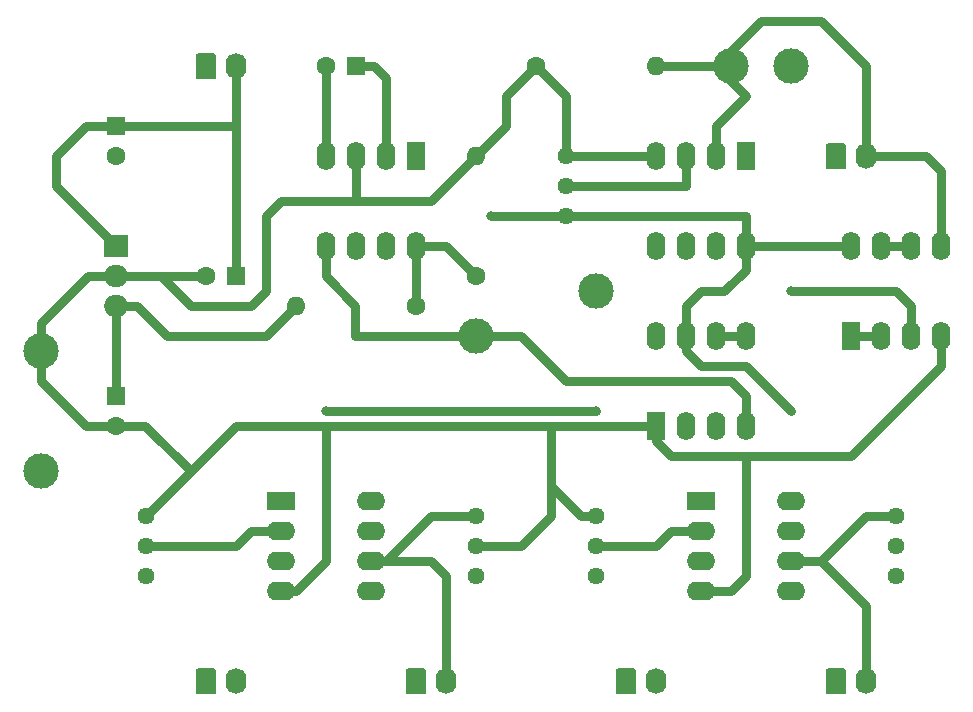
<source format=gbr>
From d429fa661d81706270bd39c562d75dbc8caabb9e Mon Sep 17 00:00:00 2001
From: Blaise Thompson <blaise@untzag.com>
Date: Tue, 11 Jun 2019 14:23:26 -0500
Subject: dual to quad

---
 PCB/gerber/galvanostat-B_Cu.gbr | 900 ++++++++++++++++++++++++++++++++++++++++
 1 file changed, 900 insertions(+)
 create mode 100644 PCB/gerber/galvanostat-B_Cu.gbr

(limited to 'PCB/gerber/galvanostat-B_Cu.gbr')

diff --git a/PCB/gerber/galvanostat-B_Cu.gbr b/PCB/gerber/galvanostat-B_Cu.gbr
new file mode 100644
index 0000000..0601c9f
--- /dev/null
+++ b/PCB/gerber/galvanostat-B_Cu.gbr
@@ -0,0 +1,900 @@
+G04 #@! TF.GenerationSoftware,KiCad,Pcbnew,5.1.2+dfsg1-1*
+G04 #@! TF.CreationDate,2019-06-11T14:10:43-05:00*
+G04 #@! TF.ProjectId,galvanostat,67616c76-616e-46f7-9374-61742e6b6963,C*
+G04 #@! TF.SameCoordinates,Original*
+G04 #@! TF.FileFunction,Copper,L2,Bot*
+G04 #@! TF.FilePolarity,Positive*
+%FSLAX46Y46*%
+G04 Gerber Fmt 4.6, Leading zero omitted, Abs format (unit mm)*
+G04 Created by KiCad (PCBNEW 5.1.2+dfsg1-1) date 2019-06-11 14:10:43*
+%MOMM*%
+%LPD*%
+G04 APERTURE LIST*
+%ADD10O,1.740000X2.200000*%
+%ADD11C,0.100000*%
+%ADD12C,1.740000*%
+%ADD13O,2.400000X1.600000*%
+%ADD14R,2.400000X1.600000*%
+%ADD15C,1.440000*%
+%ADD16O,1.600000X2.400000*%
+%ADD17R,1.600000X2.400000*%
+%ADD18R,1.600000X1.600000*%
+%ADD19C,1.600000*%
+%ADD20O,1.600000X1.600000*%
+%ADD21R,2.000000X1.905000*%
+%ADD22O,2.000000X1.905000*%
+%ADD23C,3.000000*%
+%ADD24C,0.800000*%
+%ADD25C,0.762000*%
+G04 APERTURE END LIST*
+D10*
+X124460000Y-102870000D03*
+D11*
+G36*
+X122564505Y-101771204D02*
+G01*
+X122588773Y-101774804D01*
+X122612572Y-101780765D01*
+X122635671Y-101789030D01*
+X122657850Y-101799520D01*
+X122678893Y-101812132D01*
+X122698599Y-101826747D01*
+X122716777Y-101843223D01*
+X122733253Y-101861401D01*
+X122747868Y-101881107D01*
+X122760480Y-101902150D01*
+X122770970Y-101924329D01*
+X122779235Y-101947428D01*
+X122785196Y-101971227D01*
+X122788796Y-101995495D01*
+X122790000Y-102019999D01*
+X122790000Y-103720001D01*
+X122788796Y-103744505D01*
+X122785196Y-103768773D01*
+X122779235Y-103792572D01*
+X122770970Y-103815671D01*
+X122760480Y-103837850D01*
+X122747868Y-103858893D01*
+X122733253Y-103878599D01*
+X122716777Y-103896777D01*
+X122698599Y-103913253D01*
+X122678893Y-103927868D01*
+X122657850Y-103940480D01*
+X122635671Y-103950970D01*
+X122612572Y-103959235D01*
+X122588773Y-103965196D01*
+X122564505Y-103968796D01*
+X122540001Y-103970000D01*
+X121299999Y-103970000D01*
+X121275495Y-103968796D01*
+X121251227Y-103965196D01*
+X121227428Y-103959235D01*
+X121204329Y-103950970D01*
+X121182150Y-103940480D01*
+X121161107Y-103927868D01*
+X121141401Y-103913253D01*
+X121123223Y-103896777D01*
+X121106747Y-103878599D01*
+X121092132Y-103858893D01*
+X121079520Y-103837850D01*
+X121069030Y-103815671D01*
+X121060765Y-103792572D01*
+X121054804Y-103768773D01*
+X121051204Y-103744505D01*
+X121050000Y-103720001D01*
+X121050000Y-102019999D01*
+X121051204Y-101995495D01*
+X121054804Y-101971227D01*
+X121060765Y-101947428D01*
+X121069030Y-101924329D01*
+X121079520Y-101902150D01*
+X121092132Y-101881107D01*
+X121106747Y-101861401D01*
+X121123223Y-101843223D01*
+X121141401Y-101826747D01*
+X121161107Y-101812132D01*
+X121182150Y-101799520D01*
+X121204329Y-101789030D01*
+X121227428Y-101780765D01*
+X121251227Y-101774804D01*
+X121275495Y-101771204D01*
+X121299999Y-101770000D01*
+X122540001Y-101770000D01*
+X122564505Y-101771204D01*
+X122564505Y-101771204D01*
+G37*
+D12*
+X121920000Y-102870000D03*
+D13*
+X135890000Y-87630000D03*
+X128270000Y-95250000D03*
+X135890000Y-90170000D03*
+X128270000Y-92710000D03*
+X135890000Y-92710000D03*
+X128270000Y-90170000D03*
+X135890000Y-95250000D03*
+D14*
+X128270000Y-87630000D03*
+D15*
+X144780000Y-93980000D03*
+X144780000Y-91440000D03*
+X144780000Y-88900000D03*
+X119380000Y-93980000D03*
+X119380000Y-91440000D03*
+X119380000Y-88900000D03*
+D10*
+X142240000Y-102870000D03*
+D11*
+G36*
+X140344505Y-101771204D02*
+G01*
+X140368773Y-101774804D01*
+X140392572Y-101780765D01*
+X140415671Y-101789030D01*
+X140437850Y-101799520D01*
+X140458893Y-101812132D01*
+X140478599Y-101826747D01*
+X140496777Y-101843223D01*
+X140513253Y-101861401D01*
+X140527868Y-101881107D01*
+X140540480Y-101902150D01*
+X140550970Y-101924329D01*
+X140559235Y-101947428D01*
+X140565196Y-101971227D01*
+X140568796Y-101995495D01*
+X140570000Y-102019999D01*
+X140570000Y-103720001D01*
+X140568796Y-103744505D01*
+X140565196Y-103768773D01*
+X140559235Y-103792572D01*
+X140550970Y-103815671D01*
+X140540480Y-103837850D01*
+X140527868Y-103858893D01*
+X140513253Y-103878599D01*
+X140496777Y-103896777D01*
+X140478599Y-103913253D01*
+X140458893Y-103927868D01*
+X140437850Y-103940480D01*
+X140415671Y-103950970D01*
+X140392572Y-103959235D01*
+X140368773Y-103965196D01*
+X140344505Y-103968796D01*
+X140320001Y-103970000D01*
+X139079999Y-103970000D01*
+X139055495Y-103968796D01*
+X139031227Y-103965196D01*
+X139007428Y-103959235D01*
+X138984329Y-103950970D01*
+X138962150Y-103940480D01*
+X138941107Y-103927868D01*
+X138921401Y-103913253D01*
+X138903223Y-103896777D01*
+X138886747Y-103878599D01*
+X138872132Y-103858893D01*
+X138859520Y-103837850D01*
+X138849030Y-103815671D01*
+X138840765Y-103792572D01*
+X138834804Y-103768773D01*
+X138831204Y-103744505D01*
+X138830000Y-103720001D01*
+X138830000Y-102019999D01*
+X138831204Y-101995495D01*
+X138834804Y-101971227D01*
+X138840765Y-101947428D01*
+X138849030Y-101924329D01*
+X138859520Y-101902150D01*
+X138872132Y-101881107D01*
+X138886747Y-101861401D01*
+X138903223Y-101843223D01*
+X138921401Y-101826747D01*
+X138941107Y-101812132D01*
+X138962150Y-101799520D01*
+X138984329Y-101789030D01*
+X139007428Y-101780765D01*
+X139031227Y-101774804D01*
+X139055495Y-101771204D01*
+X139079999Y-101770000D01*
+X140320001Y-101770000D01*
+X140344505Y-101771204D01*
+X140344505Y-101771204D01*
+G37*
+D12*
+X139700000Y-102870000D03*
+D16*
+X104140000Y-66040000D03*
+X96520000Y-58420000D03*
+X101600000Y-66040000D03*
+X99060000Y-58420000D03*
+X99060000Y-66040000D03*
+X101600000Y-58420000D03*
+X96520000Y-66040000D03*
+D17*
+X104140000Y-58420000D03*
+D18*
+X78740000Y-55880000D03*
+D19*
+X78740000Y-58380000D03*
+X78740000Y-81240000D03*
+D18*
+X78740000Y-78740000D03*
+D15*
+X109220000Y-93980000D03*
+X109220000Y-91440000D03*
+X109220000Y-88900000D03*
+X81280000Y-88900000D03*
+X81280000Y-91440000D03*
+X81280000Y-93980000D03*
+D18*
+X99060000Y-50800000D03*
+D19*
+X96560000Y-50800000D03*
+D15*
+X116840000Y-63500000D03*
+X116840000Y-60960000D03*
+X116840000Y-58420000D03*
+D10*
+X88900000Y-50800000D03*
+D11*
+G36*
+X87004505Y-49701204D02*
+G01*
+X87028773Y-49704804D01*
+X87052572Y-49710765D01*
+X87075671Y-49719030D01*
+X87097850Y-49729520D01*
+X87118893Y-49742132D01*
+X87138599Y-49756747D01*
+X87156777Y-49773223D01*
+X87173253Y-49791401D01*
+X87187868Y-49811107D01*
+X87200480Y-49832150D01*
+X87210970Y-49854329D01*
+X87219235Y-49877428D01*
+X87225196Y-49901227D01*
+X87228796Y-49925495D01*
+X87230000Y-49949999D01*
+X87230000Y-51650001D01*
+X87228796Y-51674505D01*
+X87225196Y-51698773D01*
+X87219235Y-51722572D01*
+X87210970Y-51745671D01*
+X87200480Y-51767850D01*
+X87187868Y-51788893D01*
+X87173253Y-51808599D01*
+X87156777Y-51826777D01*
+X87138599Y-51843253D01*
+X87118893Y-51857868D01*
+X87097850Y-51870480D01*
+X87075671Y-51880970D01*
+X87052572Y-51889235D01*
+X87028773Y-51895196D01*
+X87004505Y-51898796D01*
+X86980001Y-51900000D01*
+X85739999Y-51900000D01*
+X85715495Y-51898796D01*
+X85691227Y-51895196D01*
+X85667428Y-51889235D01*
+X85644329Y-51880970D01*
+X85622150Y-51870480D01*
+X85601107Y-51857868D01*
+X85581401Y-51843253D01*
+X85563223Y-51826777D01*
+X85546747Y-51808599D01*
+X85532132Y-51788893D01*
+X85519520Y-51767850D01*
+X85509030Y-51745671D01*
+X85500765Y-51722572D01*
+X85494804Y-51698773D01*
+X85491204Y-51674505D01*
+X85490000Y-51650001D01*
+X85490000Y-49949999D01*
+X85491204Y-49925495D01*
+X85494804Y-49901227D01*
+X85500765Y-49877428D01*
+X85509030Y-49854329D01*
+X85519520Y-49832150D01*
+X85532132Y-49811107D01*
+X85546747Y-49791401D01*
+X85563223Y-49773223D01*
+X85581401Y-49756747D01*
+X85601107Y-49742132D01*
+X85622150Y-49729520D01*
+X85644329Y-49719030D01*
+X85667428Y-49710765D01*
+X85691227Y-49704804D01*
+X85715495Y-49701204D01*
+X85739999Y-49700000D01*
+X86980001Y-49700000D01*
+X87004505Y-49701204D01*
+X87004505Y-49701204D01*
+G37*
+D12*
+X86360000Y-50800000D03*
+D11*
+G36*
+X87004505Y-101771204D02*
+G01*
+X87028773Y-101774804D01*
+X87052572Y-101780765D01*
+X87075671Y-101789030D01*
+X87097850Y-101799520D01*
+X87118893Y-101812132D01*
+X87138599Y-101826747D01*
+X87156777Y-101843223D01*
+X87173253Y-101861401D01*
+X87187868Y-101881107D01*
+X87200480Y-101902150D01*
+X87210970Y-101924329D01*
+X87219235Y-101947428D01*
+X87225196Y-101971227D01*
+X87228796Y-101995495D01*
+X87230000Y-102019999D01*
+X87230000Y-103720001D01*
+X87228796Y-103744505D01*
+X87225196Y-103768773D01*
+X87219235Y-103792572D01*
+X87210970Y-103815671D01*
+X87200480Y-103837850D01*
+X87187868Y-103858893D01*
+X87173253Y-103878599D01*
+X87156777Y-103896777D01*
+X87138599Y-103913253D01*
+X87118893Y-103927868D01*
+X87097850Y-103940480D01*
+X87075671Y-103950970D01*
+X87052572Y-103959235D01*
+X87028773Y-103965196D01*
+X87004505Y-103968796D01*
+X86980001Y-103970000D01*
+X85739999Y-103970000D01*
+X85715495Y-103968796D01*
+X85691227Y-103965196D01*
+X85667428Y-103959235D01*
+X85644329Y-103950970D01*
+X85622150Y-103940480D01*
+X85601107Y-103927868D01*
+X85581401Y-103913253D01*
+X85563223Y-103896777D01*
+X85546747Y-103878599D01*
+X85532132Y-103858893D01*
+X85519520Y-103837850D01*
+X85509030Y-103815671D01*
+X85500765Y-103792572D01*
+X85494804Y-103768773D01*
+X85491204Y-103744505D01*
+X85490000Y-103720001D01*
+X85490000Y-102019999D01*
+X85491204Y-101995495D01*
+X85494804Y-101971227D01*
+X85500765Y-101947428D01*
+X85509030Y-101924329D01*
+X85519520Y-101902150D01*
+X85532132Y-101881107D01*
+X85546747Y-101861401D01*
+X85563223Y-101843223D01*
+X85581401Y-101826747D01*
+X85601107Y-101812132D01*
+X85622150Y-101799520D01*
+X85644329Y-101789030D01*
+X85667428Y-101780765D01*
+X85691227Y-101774804D01*
+X85715495Y-101771204D01*
+X85739999Y-101770000D01*
+X86980001Y-101770000D01*
+X87004505Y-101771204D01*
+X87004505Y-101771204D01*
+G37*
+D12*
+X86360000Y-102870000D03*
+D10*
+X88900000Y-102870000D03*
+D11*
+G36*
+X104784505Y-101771204D02*
+G01*
+X104808773Y-101774804D01*
+X104832572Y-101780765D01*
+X104855671Y-101789030D01*
+X104877850Y-101799520D01*
+X104898893Y-101812132D01*
+X104918599Y-101826747D01*
+X104936777Y-101843223D01*
+X104953253Y-101861401D01*
+X104967868Y-101881107D01*
+X104980480Y-101902150D01*
+X104990970Y-101924329D01*
+X104999235Y-101947428D01*
+X105005196Y-101971227D01*
+X105008796Y-101995495D01*
+X105010000Y-102019999D01*
+X105010000Y-103720001D01*
+X105008796Y-103744505D01*
+X105005196Y-103768773D01*
+X104999235Y-103792572D01*
+X104990970Y-103815671D01*
+X104980480Y-103837850D01*
+X104967868Y-103858893D01*
+X104953253Y-103878599D01*
+X104936777Y-103896777D01*
+X104918599Y-103913253D01*
+X104898893Y-103927868D01*
+X104877850Y-103940480D01*
+X104855671Y-103950970D01*
+X104832572Y-103959235D01*
+X104808773Y-103965196D01*
+X104784505Y-103968796D01*
+X104760001Y-103970000D01*
+X103519999Y-103970000D01*
+X103495495Y-103968796D01*
+X103471227Y-103965196D01*
+X103447428Y-103959235D01*
+X103424329Y-103950970D01*
+X103402150Y-103940480D01*
+X103381107Y-103927868D01*
+X103361401Y-103913253D01*
+X103343223Y-103896777D01*
+X103326747Y-103878599D01*
+X103312132Y-103858893D01*
+X103299520Y-103837850D01*
+X103289030Y-103815671D01*
+X103280765Y-103792572D01*
+X103274804Y-103768773D01*
+X103271204Y-103744505D01*
+X103270000Y-103720001D01*
+X103270000Y-102019999D01*
+X103271204Y-101995495D01*
+X103274804Y-101971227D01*
+X103280765Y-101947428D01*
+X103289030Y-101924329D01*
+X103299520Y-101902150D01*
+X103312132Y-101881107D01*
+X103326747Y-101861401D01*
+X103343223Y-101843223D01*
+X103361401Y-101826747D01*
+X103381107Y-101812132D01*
+X103402150Y-101799520D01*
+X103424329Y-101789030D01*
+X103447428Y-101780765D01*
+X103471227Y-101774804D01*
+X103495495Y-101771204D01*
+X103519999Y-101770000D01*
+X104760001Y-101770000D01*
+X104784505Y-101771204D01*
+X104784505Y-101771204D01*
+G37*
+D12*
+X104140000Y-102870000D03*
+D10*
+X106680000Y-102870000D03*
+X142240000Y-58420000D03*
+D11*
+G36*
+X140344505Y-57321204D02*
+G01*
+X140368773Y-57324804D01*
+X140392572Y-57330765D01*
+X140415671Y-57339030D01*
+X140437850Y-57349520D01*
+X140458893Y-57362132D01*
+X140478599Y-57376747D01*
+X140496777Y-57393223D01*
+X140513253Y-57411401D01*
+X140527868Y-57431107D01*
+X140540480Y-57452150D01*
+X140550970Y-57474329D01*
+X140559235Y-57497428D01*
+X140565196Y-57521227D01*
+X140568796Y-57545495D01*
+X140570000Y-57569999D01*
+X140570000Y-59270001D01*
+X140568796Y-59294505D01*
+X140565196Y-59318773D01*
+X140559235Y-59342572D01*
+X140550970Y-59365671D01*
+X140540480Y-59387850D01*
+X140527868Y-59408893D01*
+X140513253Y-59428599D01*
+X140496777Y-59446777D01*
+X140478599Y-59463253D01*
+X140458893Y-59477868D01*
+X140437850Y-59490480D01*
+X140415671Y-59500970D01*
+X140392572Y-59509235D01*
+X140368773Y-59515196D01*
+X140344505Y-59518796D01*
+X140320001Y-59520000D01*
+X139079999Y-59520000D01*
+X139055495Y-59518796D01*
+X139031227Y-59515196D01*
+X139007428Y-59509235D01*
+X138984329Y-59500970D01*
+X138962150Y-59490480D01*
+X138941107Y-59477868D01*
+X138921401Y-59463253D01*
+X138903223Y-59446777D01*
+X138886747Y-59428599D01*
+X138872132Y-59408893D01*
+X138859520Y-59387850D01*
+X138849030Y-59365671D01*
+X138840765Y-59342572D01*
+X138834804Y-59318773D01*
+X138831204Y-59294505D01*
+X138830000Y-59270001D01*
+X138830000Y-57569999D01*
+X138831204Y-57545495D01*
+X138834804Y-57521227D01*
+X138840765Y-57497428D01*
+X138849030Y-57474329D01*
+X138859520Y-57452150D01*
+X138872132Y-57431107D01*
+X138886747Y-57411401D01*
+X138903223Y-57393223D01*
+X138921401Y-57376747D01*
+X138941107Y-57362132D01*
+X138962150Y-57349520D01*
+X138984329Y-57339030D01*
+X139007428Y-57330765D01*
+X139031227Y-57324804D01*
+X139055495Y-57321204D01*
+X139079999Y-57320000D01*
+X140320001Y-57320000D01*
+X140344505Y-57321204D01*
+X140344505Y-57321204D01*
+G37*
+D12*
+X139700000Y-58420000D03*
+D18*
+X88900000Y-68580000D03*
+D19*
+X86400000Y-68580000D03*
+X114300000Y-50800000D03*
+D20*
+X124460000Y-50800000D03*
+D21*
+X78740000Y-66040000D03*
+D22*
+X78740000Y-68580000D03*
+X78740000Y-71120000D03*
+D17*
+X132080000Y-58420000D03*
+D16*
+X124460000Y-66040000D03*
+X129540000Y-58420000D03*
+X127000000Y-66040000D03*
+X127000000Y-58420000D03*
+X129540000Y-66040000D03*
+X124460000Y-58420000D03*
+X132080000Y-66040000D03*
+X140970000Y-66040000D03*
+X148590000Y-73660000D03*
+X143510000Y-66040000D03*
+X146050000Y-73660000D03*
+X146050000Y-66040000D03*
+X143510000Y-73660000D03*
+X148590000Y-66040000D03*
+D17*
+X140970000Y-73660000D03*
+X124460000Y-81280000D03*
+D16*
+X132080000Y-73660000D03*
+X127000000Y-81280000D03*
+X129540000Y-73660000D03*
+X129540000Y-81280000D03*
+X127000000Y-73660000D03*
+X132080000Y-81280000D03*
+X124460000Y-73660000D03*
+D14*
+X92710000Y-87630000D03*
+D13*
+X100330000Y-95250000D03*
+X92710000Y-90170000D03*
+X100330000Y-92710000D03*
+X92710000Y-92710000D03*
+X100330000Y-90170000D03*
+X92710000Y-95250000D03*
+X100330000Y-87630000D03*
+D23*
+X72390000Y-74930000D03*
+X72390000Y-85090000D03*
+X135890000Y-50800000D03*
+X130810000Y-50800000D03*
+X109220000Y-73660000D03*
+X119380000Y-69850000D03*
+D20*
+X93980000Y-71120000D03*
+D19*
+X104140000Y-71120000D03*
+X109220000Y-68580000D03*
+D20*
+X109220000Y-58420000D03*
+D24*
+X110490000Y-63500000D03*
+X135890000Y-80010000D03*
+X140970000Y-83820000D03*
+X135890000Y-69850000D03*
+X119380000Y-80010000D03*
+X96520000Y-80010000D03*
+D25*
+X132080000Y-63500000D02*
+X132080000Y-66040000D01*
+X78740000Y-73660000D02*
+X78740000Y-71120000D01*
+X78740000Y-78740000D02*
+X78740000Y-73660000D01*
+X132080000Y-68002000D02*
+X130232000Y-69850000D01*
+X132080000Y-66040000D02*
+X132080000Y-68002000D01*
+X130232000Y-69850000D02*
+X128270000Y-69850000D01*
+X127000000Y-71120000D02*
+X127000000Y-73660000D01*
+X128270000Y-69850000D02*
+X127000000Y-71120000D01*
+X132080000Y-66040000D02*
+X140970000Y-66040000D01*
+X91440000Y-73660000D02*
+X93980000Y-71120000D01*
+X83042000Y-73660000D02*
+X91440000Y-73660000D01*
+X78740000Y-71120000D02*
+X80502000Y-71120000D01*
+X80502000Y-71120000D02*
+X83042000Y-73660000D01*
+X110490000Y-63500000D02*
+X118110000Y-63500000D01*
+X116840000Y-63500000D02*
+X118110000Y-63500000D01*
+X118110000Y-63500000D02*
+X132080000Y-63500000D01*
+X127000000Y-73660000D02*
+X127000000Y-74930000D01*
+X127000000Y-74930000D02*
+X128270000Y-76200000D01*
+X128270000Y-76200000D02*
+X130900486Y-76200000D01*
+X130900486Y-76200000D02*
+X132080000Y-76200000D01*
+X132080000Y-76200000D02*
+X135890000Y-80010000D01*
+X86360000Y-68540000D02*
+X86400000Y-68580000D01*
+X116840000Y-58420000D02*
+X124460000Y-58420000D01*
+X82550000Y-68580000D02*
+X78740000Y-68580000D01*
+X82550000Y-68580000D02*
+X85090000Y-71120000D01*
+X85090000Y-71120000D02*
+X90170000Y-71120000D01*
+X90170000Y-71120000D02*
+X91440000Y-69850000D01*
+X91440000Y-69850000D02*
+X91440000Y-64770000D01*
+X91440000Y-64770000D02*
+X91440000Y-63500000D01*
+X91440000Y-63500000D02*
+X92710000Y-62230000D01*
+X105410000Y-62230000D02*
+X102870000Y-62230000D01*
+X101600000Y-62230000D02*
+X105410000Y-62230000D01*
+X99060000Y-58420000D02*
+X99060000Y-62230000D01*
+X92710000Y-62230000D02*
+X99060000Y-62230000D01*
+X99060000Y-62230000D02*
+X101600000Y-62230000D01*
+X116840000Y-58420000D02*
+X116840000Y-53340000D01*
+X116840000Y-53340000D02*
+X114300000Y-50800000D01*
+X105410000Y-62230000D02*
+X111760000Y-55880000D01*
+X111760000Y-53340000D02*
+X114300000Y-50800000D01*
+X111760000Y-55880000D02*
+X111760000Y-53340000D01*
+X124460000Y-81280000D02*
+X124460000Y-82550000D01*
+X124460000Y-82550000D02*
+X125730000Y-83820000D01*
+X125730000Y-83820000D02*
+X129540000Y-83820000D01*
+X132080000Y-83820000D02*
+X132080000Y-93980000D01*
+X132080000Y-83820000D02*
+X140970000Y-83820000D01*
+X129540000Y-83820000D02*
+X132080000Y-83820000D01*
+X130810000Y-95250000D02*
+X128270000Y-95250000D01*
+X132080000Y-93980000D02*
+X130810000Y-95250000D01*
+X140970000Y-83820000D02*
+X148590000Y-76200000D01*
+X148590000Y-76200000D02*
+X148590000Y-73660000D01*
+X109220000Y-91440000D02*
+X113030000Y-91440000D01*
+X113030000Y-91440000D02*
+X115570000Y-88900000D01*
+X115570000Y-81280000D02*
+X124460000Y-81280000D01*
+X118110000Y-88900000D02*
+X115570000Y-86360000D01*
+X119380000Y-88900000D02*
+X118110000Y-88900000D01*
+X115570000Y-88900000D02*
+X115570000Y-86360000D01*
+X115570000Y-86360000D02*
+X115570000Y-81280000D01*
+X96520000Y-81280000D02*
+X115570000Y-81280000D01*
+X96520000Y-81280000D02*
+X88900000Y-81280000D01*
+X81240000Y-81240000D02*
+X85090000Y-85090000D01*
+X78740000Y-81240000D02*
+X81240000Y-81240000D01*
+X88900000Y-81280000D02*
+X85090000Y-85090000D01*
+X85090000Y-85090000D02*
+X81280000Y-88900000D01*
+X92710000Y-95250000D02*
+X93980000Y-95250000D01*
+X93980000Y-95250000D02*
+X96520000Y-92710000D01*
+X96520000Y-92710000D02*
+X96520000Y-81280000D01*
+X86400000Y-68580000D02*
+X82550000Y-68580000D01*
+X72390000Y-72550000D02*
+X72390000Y-74930000D01*
+X78740000Y-68580000D02*
+X76360000Y-68580000D01*
+X76360000Y-68580000D02*
+X72390000Y-72550000D01*
+X72390000Y-77390000D02*
+X72390000Y-74930000D01*
+X78740000Y-81240000D02*
+X76240000Y-81240000D01*
+X76240000Y-81240000D02*
+X72390000Y-77390000D01*
+X109220000Y-88900000D02*
+X105410000Y-88900000D01*
+X105410000Y-88900000D02*
+X101600000Y-92710000D01*
+X101600000Y-92710000D02*
+X100330000Y-92710000D01*
+X100330000Y-92710000D02*
+X105410000Y-92710000D01*
+X106680000Y-102870000D02*
+X106680000Y-97790000D01*
+X106680000Y-97790000D02*
+X106680000Y-93980000D01*
+X106680000Y-93980000D02*
+X105410000Y-92710000D01*
+X88900000Y-58420000D02*
+X88900000Y-68580000D01*
+X88900000Y-58420000D02*
+X88900000Y-58190000D01*
+X78740000Y-55880000D02*
+X88900000Y-55880000D01*
+X88900000Y-55880000D02*
+X88900000Y-58420000D01*
+X78740000Y-66040000D02*
+X73660000Y-60960000D01*
+X73660000Y-60960000D02*
+X73660000Y-58420000D01*
+X76200000Y-55880000D02*
+X78740000Y-55880000D01*
+X73660000Y-58420000D02*
+X76200000Y-55880000D01*
+X88900000Y-50800000D02*
+X88900000Y-55880000D01*
+X100622000Y-50800000D02*
+X101600000Y-51778000D01*
+X99060000Y-50800000D02*
+X100622000Y-50800000D01*
+X101600000Y-51778000D02*
+X101600000Y-58420000D01*
+X96520000Y-50840000D02*
+X96560000Y-50800000D01*
+X96520000Y-58420000D02*
+X96520000Y-50840000D01*
+X81280000Y-91440000D02*
+X88900000Y-91440000D01*
+X88900000Y-91440000D02*
+X90170000Y-90170000D01*
+X90170000Y-90170000D02*
+X92710000Y-90170000D01*
+X142240000Y-58420000D02*
+X142240000Y-58190000D01*
+X132080000Y-53340000D02*
+X129540000Y-55880000D01*
+X129540000Y-55880000D02*
+X129540000Y-58420000D01*
+X129540000Y-50800000D02*
+X132080000Y-53340000D01*
+X127000000Y-50800000D02*
+X129540000Y-50800000D01*
+X142240000Y-50800000D02*
+X142240000Y-58420000D01*
+X138430000Y-46990000D02*
+X142240000Y-50800000D01*
+X129540000Y-50800000D02*
+X133350000Y-46990000D01*
+X133350000Y-46990000D02*
+X138430000Y-46990000D01*
+X124460000Y-50800000D02*
+X127000000Y-50800000D01*
+X142240000Y-58420000D02*
+X147320000Y-58420000D01*
+X148590000Y-59690000D02*
+X148590000Y-66040000D01*
+X147320000Y-58420000D02*
+X148590000Y-59690000D01*
+X146050000Y-71120000D02*
+X146050000Y-73660000D01*
+X144780000Y-69850000D02*
+X146050000Y-71120000D01*
+X135890000Y-69850000D02*
+X144780000Y-69850000D01*
+X116840000Y-60960000D02*
+X127000000Y-60960000D01*
+X127000000Y-60960000D02*
+X127000000Y-58420000D01*
+X144780000Y-66040000D02*
+X146050000Y-66040000D01*
+X143510000Y-66040000D02*
+X144780000Y-66040000D01*
+X142240000Y-73660000D02*
+X143510000Y-73660000D01*
+X140970000Y-73660000D02*
+X142240000Y-73660000D01*
+X99020000Y-71080000D02*
+X99020000Y-73660000D01*
+X96520000Y-66040000D02*
+X96520000Y-68580000D01*
+X96520000Y-68580000D02*
+X99020000Y-71080000D01*
+X99020000Y-73660000D02*
+X109220000Y-73660000D01*
+X132080000Y-78740000D02*
+X132080000Y-81280000D01*
+X116840000Y-77470000D02*
+X130810000Y-77470000D01*
+X109220000Y-73660000D02*
+X113030000Y-73660000D01*
+X130810000Y-77470000D02*
+X132080000Y-78740000D01*
+X113030000Y-73660000D02*
+X116840000Y-77470000D01*
+X129540000Y-73660000D02*
+X132080000Y-73660000D01*
+X119380000Y-80010000D02*
+X96520000Y-80010000D01*
+X104140000Y-71120000D02*
+X104140000Y-66040000D01*
+X106680000Y-66040000D02*
+X109220000Y-68580000D01*
+X104140000Y-66040000D02*
+X106680000Y-66040000D01*
+X119380000Y-91440000D02*
+X124460000Y-91440000D01*
+X125730000Y-90170000D02*
+X128270000Y-90170000D01*
+X124460000Y-91440000D02*
+X125730000Y-90170000D01*
+X144780000Y-88900000D02*
+X142240000Y-88900000D01*
+X142240000Y-88900000D02*
+X138430000Y-92710000D01*
+X138430000Y-92710000D02*
+X135890000Y-92710000D01*
+X142240000Y-102870000D02*
+X142240000Y-96520000D01*
+X142240000Y-96520000D02*
+X138430000Y-92710000D01*
+M02*
-- 
cgit v1.2.3


</source>
